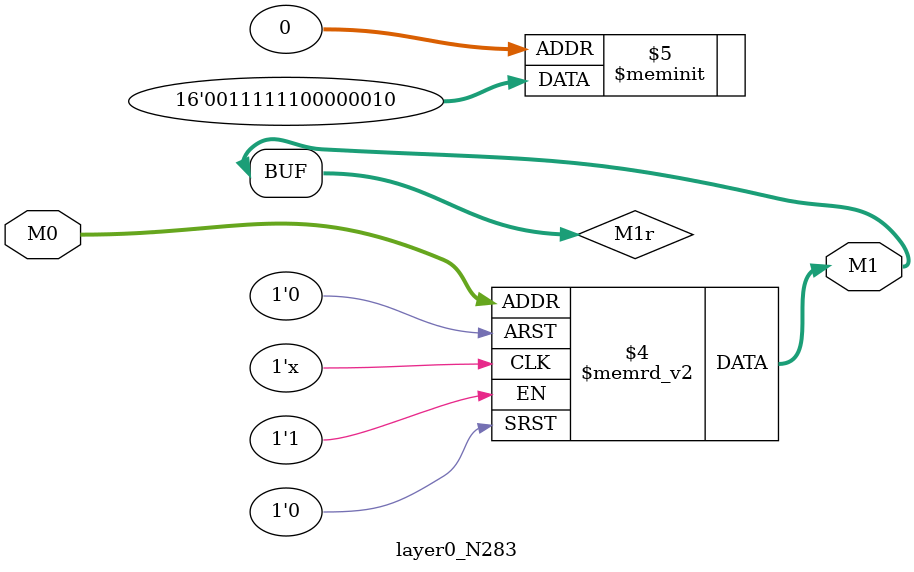
<source format=v>
module layer0_N283 ( input [2:0] M0, output [1:0] M1 );

	(*rom_style = "distributed" *) reg [1:0] M1r;
	assign M1 = M1r;
	always @ (M0) begin
		case (M0)
			3'b000: M1r = 2'b10;
			3'b100: M1r = 2'b11;
			3'b010: M1r = 2'b00;
			3'b110: M1r = 2'b11;
			3'b001: M1r = 2'b00;
			3'b101: M1r = 2'b11;
			3'b011: M1r = 2'b00;
			3'b111: M1r = 2'b00;

		endcase
	end
endmodule

</source>
